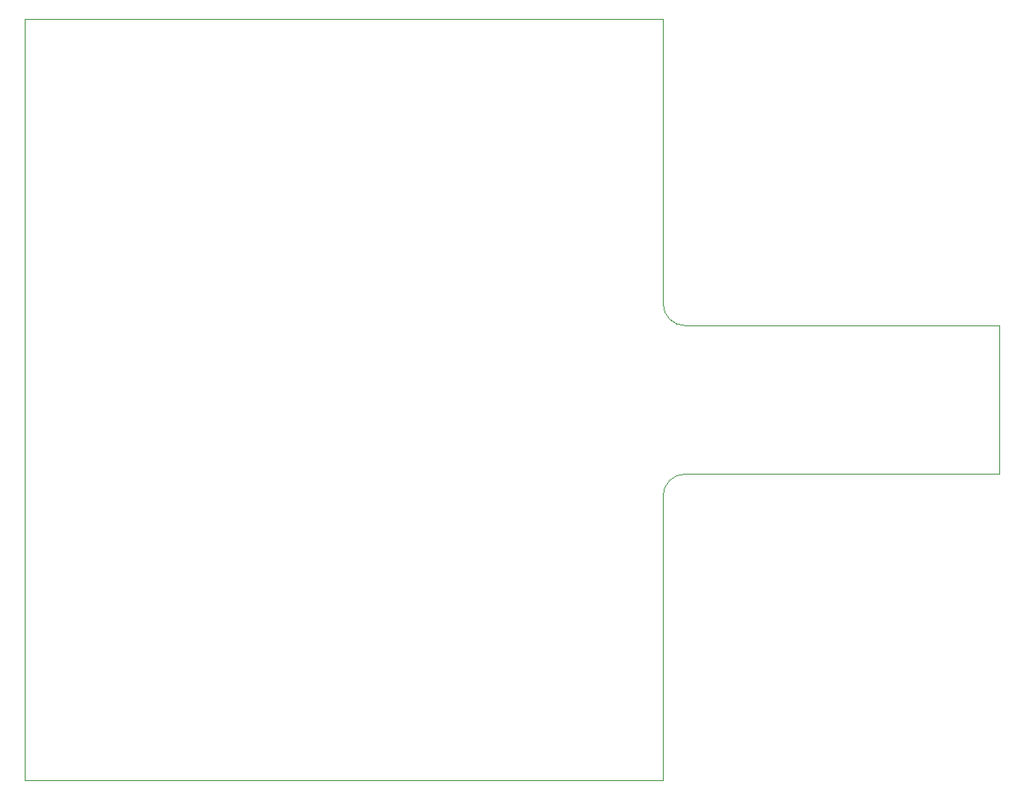
<source format=gbr>
%TF.GenerationSoftware,KiCad,Pcbnew,7.0.2-0*%
%TF.CreationDate,2023-09-22T13:09:17+12:00*%
%TF.ProjectId,MainBoard,4d61696e-426f-4617-9264-2e6b69636164,rev?*%
%TF.SameCoordinates,PX48ab840PY7b0df40*%
%TF.FileFunction,Profile,NP*%
%FSLAX46Y46*%
G04 Gerber Fmt 4.6, Leading zero omitted, Abs format (unit mm)*
G04 Created by KiCad (PCBNEW 7.0.2-0) date 2023-09-22 13:09:17*
%MOMM*%
%LPD*%
G01*
G04 APERTURE LIST*
%TA.AperFunction,Profile*%
%ADD10C,0.100000*%
%TD*%
G04 APERTURE END LIST*
D10*
X65532000Y78232000D02*
X0Y78232000D01*
X67818000Y31496000D02*
G75*
G03*
X65532000Y29210000I0J-2286000D01*
G01*
X65532000Y49022000D02*
X65532000Y78232000D01*
X67818000Y31496000D02*
X100076000Y31496000D01*
X65532000Y0D02*
X65532000Y29210000D01*
X0Y0D02*
X65532000Y0D01*
X100076000Y31496000D02*
X100076000Y46736000D01*
X0Y78232000D02*
X0Y0D01*
X65532000Y49022000D02*
G75*
G03*
X67818000Y46736000I2286000J0D01*
G01*
X100076000Y46736000D02*
X67818000Y46736000D01*
M02*

</source>
